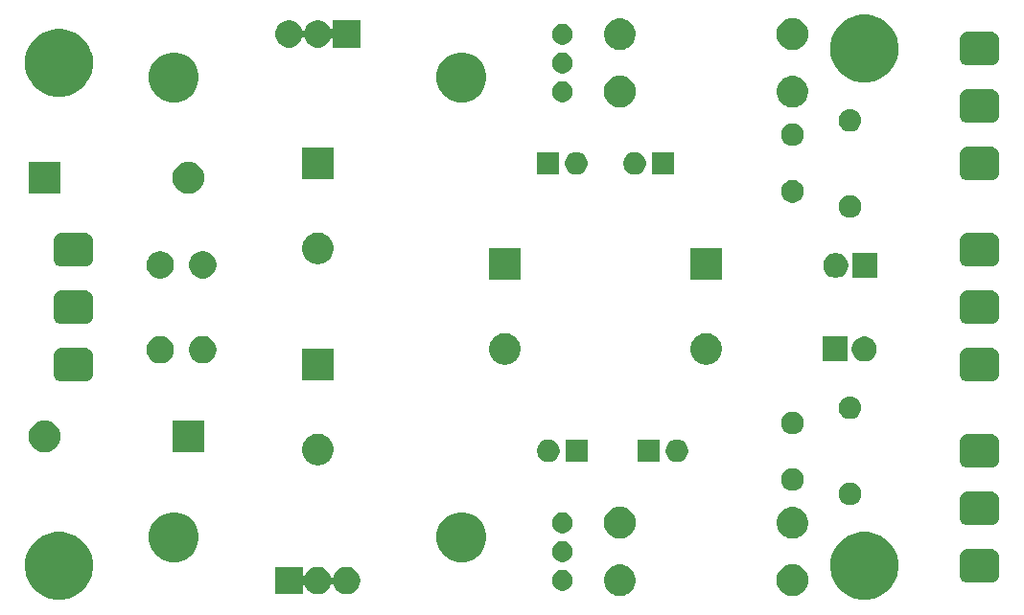
<source format=gbr>
G04 #@! TF.GenerationSoftware,KiCad,Pcbnew,(5.0.1)-4*
G04 #@! TF.CreationDate,2019-03-08T22:50:32+01:00*
G04 #@! TF.ProjectId,PSU - Filter,505355202D2046696C7465722E6B6963,rev?*
G04 #@! TF.SameCoordinates,Original*
G04 #@! TF.FileFunction,Soldermask,Top*
G04 #@! TF.FilePolarity,Negative*
%FSLAX46Y46*%
G04 Gerber Fmt 4.6, Leading zero omitted, Abs format (unit mm)*
G04 Created by KiCad (PCBNEW (5.0.1)-4) date 3/8/2019 10:50:32 PM*
%MOMM*%
%LPD*%
G01*
G04 APERTURE LIST*
%ADD10C,0.100000*%
G04 APERTURE END LIST*
D10*
G36*
X140370736Y-106294644D02*
X140575068Y-106335288D01*
X141121033Y-106561434D01*
X141412519Y-106756199D01*
X141612392Y-106889750D01*
X142030250Y-107307608D01*
X142030252Y-107307611D01*
X142358566Y-107798967D01*
X142584712Y-108344932D01*
X142584712Y-108344933D01*
X142700000Y-108924524D01*
X142700000Y-109515476D01*
X142638063Y-109826853D01*
X142584712Y-110095068D01*
X142358566Y-110641033D01*
X142105256Y-111020137D01*
X142030250Y-111132392D01*
X141612392Y-111550250D01*
X141612389Y-111550252D01*
X141121033Y-111878566D01*
X140575068Y-112104712D01*
X140381870Y-112143141D01*
X139995476Y-112220000D01*
X139404524Y-112220000D01*
X139018130Y-112143141D01*
X138824932Y-112104712D01*
X138278967Y-111878566D01*
X137787611Y-111550252D01*
X137787608Y-111550250D01*
X137369750Y-111132392D01*
X137294744Y-111020137D01*
X137041434Y-110641033D01*
X136815288Y-110095068D01*
X136761937Y-109826853D01*
X136700000Y-109515476D01*
X136700000Y-108924524D01*
X136815288Y-108344933D01*
X136815288Y-108344932D01*
X137041434Y-107798967D01*
X137369748Y-107307611D01*
X137369750Y-107307608D01*
X137787608Y-106889750D01*
X137987481Y-106756199D01*
X138278967Y-106561434D01*
X138824932Y-106335288D01*
X139029264Y-106294644D01*
X139404524Y-106220000D01*
X139995476Y-106220000D01*
X140370736Y-106294644D01*
X140370736Y-106294644D01*
G37*
G36*
X69250736Y-106294644D02*
X69455068Y-106335288D01*
X70001033Y-106561434D01*
X70292519Y-106756199D01*
X70492392Y-106889750D01*
X70910250Y-107307608D01*
X70910252Y-107307611D01*
X71238566Y-107798967D01*
X71464712Y-108344932D01*
X71464712Y-108344933D01*
X71580000Y-108924524D01*
X71580000Y-109515476D01*
X71518063Y-109826853D01*
X71464712Y-110095068D01*
X71238566Y-110641033D01*
X70985256Y-111020137D01*
X70910250Y-111132392D01*
X70492392Y-111550250D01*
X70492389Y-111550252D01*
X70001033Y-111878566D01*
X69455068Y-112104712D01*
X69261870Y-112143141D01*
X68875476Y-112220000D01*
X68284524Y-112220000D01*
X67898130Y-112143141D01*
X67704932Y-112104712D01*
X67158967Y-111878566D01*
X66667611Y-111550252D01*
X66667608Y-111550250D01*
X66249750Y-111132392D01*
X66174744Y-111020137D01*
X65921434Y-110641033D01*
X65695288Y-110095068D01*
X65641937Y-109826853D01*
X65580000Y-109515476D01*
X65580000Y-108924524D01*
X65695288Y-108344933D01*
X65695288Y-108344932D01*
X65921434Y-107798967D01*
X66249748Y-107307611D01*
X66249750Y-107307608D01*
X66667608Y-106889750D01*
X66867481Y-106756199D01*
X67158967Y-106561434D01*
X67704932Y-106335288D01*
X67909264Y-106294644D01*
X68284524Y-106220000D01*
X68875476Y-106220000D01*
X69250736Y-106294644D01*
X69250736Y-106294644D01*
G37*
G36*
X118349727Y-109110257D02*
X118518365Y-109143801D01*
X118773149Y-109249336D01*
X118879369Y-109320310D01*
X119002451Y-109402551D01*
X119197449Y-109597549D01*
X119197451Y-109597552D01*
X119350664Y-109826851D01*
X119444842Y-110054216D01*
X119456199Y-110081636D01*
X119510000Y-110352111D01*
X119510000Y-110627889D01*
X119497645Y-110690000D01*
X119456199Y-110898365D01*
X119438709Y-110940589D01*
X119350665Y-111153147D01*
X119197449Y-111382451D01*
X119002451Y-111577449D01*
X119002448Y-111577451D01*
X118773149Y-111730664D01*
X118518365Y-111836199D01*
X118383126Y-111863100D01*
X118247889Y-111890000D01*
X117972111Y-111890000D01*
X117836874Y-111863100D01*
X117701635Y-111836199D01*
X117446851Y-111730664D01*
X117217552Y-111577451D01*
X117217549Y-111577449D01*
X117022551Y-111382451D01*
X116869335Y-111153147D01*
X116781291Y-110940589D01*
X116763801Y-110898365D01*
X116722355Y-110690000D01*
X116710000Y-110627889D01*
X116710000Y-110352111D01*
X116763801Y-110081636D01*
X116775159Y-110054216D01*
X116869336Y-109826851D01*
X117022549Y-109597552D01*
X117022551Y-109597549D01*
X117217549Y-109402551D01*
X117340631Y-109320310D01*
X117446851Y-109249336D01*
X117701635Y-109143801D01*
X117870273Y-109110257D01*
X117972111Y-109090000D01*
X118247889Y-109090000D01*
X118349727Y-109110257D01*
X118349727Y-109110257D01*
G37*
G36*
X133624448Y-109110257D02*
X133888349Y-109190310D01*
X134131562Y-109320310D01*
X134344739Y-109495261D01*
X134519690Y-109708438D01*
X134649690Y-109951651D01*
X134729743Y-110215552D01*
X134756774Y-110490000D01*
X134729743Y-110764448D01*
X134649690Y-111028349D01*
X134519690Y-111271562D01*
X134344739Y-111484739D01*
X134131562Y-111659690D01*
X133888349Y-111789690D01*
X133624448Y-111869743D01*
X133418777Y-111890000D01*
X133281223Y-111890000D01*
X133075552Y-111869743D01*
X132811651Y-111789690D01*
X132568438Y-111659690D01*
X132355261Y-111484739D01*
X132180310Y-111271562D01*
X132050310Y-111028349D01*
X131970257Y-110764448D01*
X131943226Y-110490000D01*
X131970257Y-110215552D01*
X132050310Y-109951651D01*
X132180310Y-109708438D01*
X132355261Y-109495261D01*
X132568438Y-109320310D01*
X132811651Y-109190310D01*
X133075552Y-109110257D01*
X133281223Y-109090000D01*
X133418777Y-109090000D01*
X133624448Y-109110257D01*
X133624448Y-109110257D01*
G37*
G36*
X90100000Y-109986277D02*
X90102402Y-110010663D01*
X90109515Y-110034112D01*
X90121066Y-110055723D01*
X90136612Y-110074665D01*
X90155554Y-110090211D01*
X90177165Y-110101762D01*
X90200614Y-110108875D01*
X90225000Y-110111277D01*
X90249386Y-110108875D01*
X90272835Y-110101762D01*
X90294446Y-110090211D01*
X90313388Y-110074665D01*
X90328934Y-110055723D01*
X90340485Y-110034112D01*
X90376573Y-109946988D01*
X90507901Y-109750442D01*
X90675042Y-109583301D01*
X90871588Y-109451973D01*
X91089974Y-109361515D01*
X91321809Y-109315400D01*
X91558191Y-109315400D01*
X91790026Y-109361515D01*
X92008412Y-109451973D01*
X92204958Y-109583301D01*
X92372099Y-109750442D01*
X92503427Y-109946988D01*
X92594515Y-110166895D01*
X92606066Y-110188506D01*
X92621611Y-110207448D01*
X92640554Y-110222994D01*
X92662164Y-110234545D01*
X92685613Y-110241658D01*
X92710000Y-110244060D01*
X92734386Y-110241658D01*
X92757835Y-110234545D01*
X92779446Y-110222994D01*
X92798388Y-110207449D01*
X92813934Y-110188506D01*
X92825485Y-110166895D01*
X92916573Y-109946988D01*
X93047901Y-109750442D01*
X93215042Y-109583301D01*
X93411588Y-109451973D01*
X93629974Y-109361515D01*
X93861809Y-109315400D01*
X94098191Y-109315400D01*
X94330026Y-109361515D01*
X94548412Y-109451973D01*
X94744958Y-109583301D01*
X94912099Y-109750442D01*
X95043427Y-109946988D01*
X95133885Y-110165374D01*
X95180000Y-110397209D01*
X95180000Y-110633591D01*
X95133885Y-110865426D01*
X95043427Y-111083812D01*
X94912099Y-111280358D01*
X94744958Y-111447499D01*
X94548412Y-111578827D01*
X94330026Y-111669285D01*
X94098191Y-111715400D01*
X93861809Y-111715400D01*
X93629974Y-111669285D01*
X93411588Y-111578827D01*
X93215042Y-111447499D01*
X93047901Y-111280358D01*
X92916573Y-111083812D01*
X92825485Y-110863905D01*
X92813934Y-110842294D01*
X92798389Y-110823352D01*
X92779446Y-110807806D01*
X92757836Y-110796255D01*
X92734387Y-110789142D01*
X92710000Y-110786740D01*
X92685614Y-110789142D01*
X92662165Y-110796255D01*
X92640554Y-110807806D01*
X92621612Y-110823351D01*
X92606066Y-110842294D01*
X92594515Y-110863905D01*
X92503427Y-111083812D01*
X92372099Y-111280358D01*
X92204958Y-111447499D01*
X92008412Y-111578827D01*
X91790026Y-111669285D01*
X91558191Y-111715400D01*
X91321809Y-111715400D01*
X91089974Y-111669285D01*
X90871588Y-111578827D01*
X90675042Y-111447499D01*
X90507901Y-111280358D01*
X90376573Y-111083812D01*
X90340485Y-110996688D01*
X90328934Y-110975077D01*
X90313388Y-110956135D01*
X90294446Y-110940589D01*
X90272835Y-110929038D01*
X90249386Y-110921925D01*
X90225000Y-110919523D01*
X90200614Y-110921925D01*
X90177165Y-110929038D01*
X90155554Y-110940589D01*
X90136612Y-110956135D01*
X90121066Y-110975077D01*
X90109515Y-110996688D01*
X90102402Y-111020137D01*
X90100000Y-111044523D01*
X90100000Y-111715400D01*
X87700000Y-111715400D01*
X87700000Y-109315400D01*
X90100000Y-109315400D01*
X90100000Y-109986277D01*
X90100000Y-109986277D01*
G37*
G36*
X113298353Y-109605355D02*
X113465784Y-109674707D01*
X113616466Y-109775390D01*
X113744610Y-109903534D01*
X113845293Y-110054216D01*
X113914645Y-110221647D01*
X113950000Y-110399387D01*
X113950000Y-110580613D01*
X113914645Y-110758353D01*
X113845293Y-110925784D01*
X113744610Y-111076466D01*
X113616466Y-111204610D01*
X113465784Y-111305293D01*
X113298353Y-111374645D01*
X113120613Y-111410000D01*
X112939387Y-111410000D01*
X112761647Y-111374645D01*
X112594216Y-111305293D01*
X112443534Y-111204610D01*
X112315390Y-111076466D01*
X112214707Y-110925784D01*
X112145355Y-110758353D01*
X112110000Y-110580613D01*
X112110000Y-110399387D01*
X112145355Y-110221647D01*
X112214707Y-110054216D01*
X112315390Y-109903534D01*
X112443534Y-109775390D01*
X112594216Y-109674707D01*
X112761647Y-109605355D01*
X112939387Y-109570000D01*
X113120613Y-109570000D01*
X113298353Y-109605355D01*
X113298353Y-109605355D01*
G37*
G36*
X151058579Y-107763515D02*
X151184624Y-107801750D01*
X151300783Y-107863839D01*
X151402602Y-107947398D01*
X151486161Y-108049217D01*
X151548250Y-108165376D01*
X151586485Y-108291421D01*
X151600000Y-108428640D01*
X151600000Y-110011360D01*
X151586485Y-110148579D01*
X151548250Y-110274624D01*
X151486161Y-110390783D01*
X151402602Y-110492602D01*
X151300783Y-110576161D01*
X151184624Y-110638250D01*
X151058579Y-110676485D01*
X150921360Y-110690000D01*
X148798640Y-110690000D01*
X148661421Y-110676485D01*
X148535376Y-110638250D01*
X148419217Y-110576161D01*
X148317398Y-110492602D01*
X148233839Y-110390783D01*
X148171750Y-110274624D01*
X148133515Y-110148579D01*
X148120000Y-110011360D01*
X148120000Y-108428640D01*
X148133515Y-108291421D01*
X148171750Y-108165376D01*
X148233839Y-108049217D01*
X148317398Y-107947398D01*
X148419217Y-107863839D01*
X148535376Y-107801750D01*
X148661421Y-107763515D01*
X148798640Y-107750000D01*
X150921360Y-107750000D01*
X151058579Y-107763515D01*
X151058579Y-107763515D01*
G37*
G36*
X79381716Y-104564544D02*
X79782090Y-104730384D01*
X80142421Y-104971150D01*
X80448850Y-105277579D01*
X80689616Y-105637910D01*
X80855456Y-106038284D01*
X80940000Y-106463317D01*
X80940000Y-106896683D01*
X80855456Y-107321716D01*
X80689616Y-107722090D01*
X80448850Y-108082421D01*
X80142421Y-108388850D01*
X79782090Y-108629616D01*
X79381716Y-108795456D01*
X78956683Y-108880000D01*
X78523317Y-108880000D01*
X78098284Y-108795456D01*
X77697910Y-108629616D01*
X77337579Y-108388850D01*
X77031150Y-108082421D01*
X76790384Y-107722090D01*
X76624544Y-107321716D01*
X76540000Y-106896683D01*
X76540000Y-106463317D01*
X76624544Y-106038284D01*
X76790384Y-105637910D01*
X77031150Y-105277579D01*
X77337579Y-104971150D01*
X77697910Y-104730384D01*
X78098284Y-104564544D01*
X78523317Y-104480000D01*
X78956683Y-104480000D01*
X79381716Y-104564544D01*
X79381716Y-104564544D01*
G37*
G36*
X104781716Y-104564544D02*
X105182090Y-104730384D01*
X105542421Y-104971150D01*
X105848850Y-105277579D01*
X106089616Y-105637910D01*
X106255456Y-106038284D01*
X106340000Y-106463317D01*
X106340000Y-106896683D01*
X106255456Y-107321716D01*
X106089616Y-107722090D01*
X105848850Y-108082421D01*
X105542421Y-108388850D01*
X105182090Y-108629616D01*
X104781716Y-108795456D01*
X104356683Y-108880000D01*
X103923317Y-108880000D01*
X103498284Y-108795456D01*
X103097910Y-108629616D01*
X102737579Y-108388850D01*
X102431150Y-108082421D01*
X102190384Y-107722090D01*
X102024544Y-107321716D01*
X101940000Y-106896683D01*
X101940000Y-106463317D01*
X102024544Y-106038284D01*
X102190384Y-105637910D01*
X102431150Y-105277579D01*
X102737579Y-104971150D01*
X103097910Y-104730384D01*
X103498284Y-104564544D01*
X103923317Y-104480000D01*
X104356683Y-104480000D01*
X104781716Y-104564544D01*
X104781716Y-104564544D01*
G37*
G36*
X113298353Y-107065355D02*
X113465784Y-107134707D01*
X113616466Y-107235390D01*
X113744610Y-107363534D01*
X113845293Y-107514216D01*
X113914645Y-107681647D01*
X113950000Y-107859387D01*
X113950000Y-108040613D01*
X113914645Y-108218353D01*
X113845293Y-108385784D01*
X113744610Y-108536466D01*
X113616466Y-108664610D01*
X113465784Y-108765293D01*
X113298353Y-108834645D01*
X113120613Y-108870000D01*
X112939387Y-108870000D01*
X112761647Y-108834645D01*
X112594216Y-108765293D01*
X112443534Y-108664610D01*
X112315390Y-108536466D01*
X112214707Y-108385784D01*
X112145355Y-108218353D01*
X112110000Y-108040613D01*
X112110000Y-107859387D01*
X112145355Y-107681647D01*
X112214707Y-107514216D01*
X112315390Y-107363534D01*
X112443534Y-107235390D01*
X112594216Y-107134707D01*
X112761647Y-107065355D01*
X112939387Y-107030000D01*
X113120613Y-107030000D01*
X113298353Y-107065355D01*
X113298353Y-107065355D01*
G37*
G36*
X118384448Y-104030257D02*
X118648349Y-104110310D01*
X118891562Y-104240310D01*
X119104739Y-104415261D01*
X119279690Y-104628438D01*
X119409690Y-104871651D01*
X119489743Y-105135552D01*
X119516774Y-105410000D01*
X119489743Y-105684448D01*
X119409690Y-105948349D01*
X119279690Y-106191562D01*
X119104739Y-106404739D01*
X118891562Y-106579690D01*
X118648349Y-106709690D01*
X118384448Y-106789743D01*
X118178777Y-106810000D01*
X118041223Y-106810000D01*
X117835552Y-106789743D01*
X117571651Y-106709690D01*
X117328438Y-106579690D01*
X117115261Y-106404739D01*
X116940310Y-106191562D01*
X116810310Y-105948349D01*
X116730257Y-105684448D01*
X116703226Y-105410000D01*
X116730257Y-105135552D01*
X116810310Y-104871651D01*
X116940310Y-104628438D01*
X117115261Y-104415261D01*
X117328438Y-104240310D01*
X117571651Y-104110310D01*
X117835552Y-104030257D01*
X118041223Y-104010000D01*
X118178777Y-104010000D01*
X118384448Y-104030257D01*
X118384448Y-104030257D01*
G37*
G36*
X133589727Y-104030257D02*
X133758365Y-104063801D01*
X134013149Y-104169336D01*
X134119369Y-104240310D01*
X134242451Y-104322551D01*
X134437449Y-104517549D01*
X134437451Y-104517552D01*
X134590664Y-104746851D01*
X134684842Y-104974216D01*
X134696199Y-105001636D01*
X134750000Y-105272111D01*
X134750000Y-105547889D01*
X134737645Y-105610000D01*
X134696199Y-105818365D01*
X134642358Y-105948349D01*
X134590665Y-106073147D01*
X134437449Y-106302451D01*
X134242451Y-106497449D01*
X134242448Y-106497451D01*
X134013149Y-106650664D01*
X133758365Y-106756199D01*
X133623127Y-106783099D01*
X133487889Y-106810000D01*
X133212111Y-106810000D01*
X133076873Y-106783099D01*
X132941635Y-106756199D01*
X132686851Y-106650664D01*
X132457552Y-106497451D01*
X132457549Y-106497449D01*
X132262551Y-106302451D01*
X132109335Y-106073147D01*
X132057642Y-105948349D01*
X132003801Y-105818365D01*
X131962355Y-105610000D01*
X131950000Y-105547889D01*
X131950000Y-105272111D01*
X132003801Y-105001636D01*
X132015159Y-104974216D01*
X132109336Y-104746851D01*
X132262549Y-104517552D01*
X132262551Y-104517549D01*
X132457549Y-104322551D01*
X132580631Y-104240310D01*
X132686851Y-104169336D01*
X132941635Y-104063801D01*
X133110273Y-104030257D01*
X133212111Y-104010000D01*
X133487889Y-104010000D01*
X133589727Y-104030257D01*
X133589727Y-104030257D01*
G37*
G36*
X113298353Y-104525355D02*
X113465784Y-104594707D01*
X113616466Y-104695390D01*
X113744610Y-104823534D01*
X113845293Y-104974216D01*
X113914645Y-105141647D01*
X113950000Y-105319387D01*
X113950000Y-105500613D01*
X113914645Y-105678353D01*
X113845293Y-105845784D01*
X113744610Y-105996466D01*
X113616466Y-106124610D01*
X113465784Y-106225293D01*
X113298353Y-106294645D01*
X113120613Y-106330000D01*
X112939387Y-106330000D01*
X112761647Y-106294645D01*
X112594216Y-106225293D01*
X112443534Y-106124610D01*
X112315390Y-105996466D01*
X112214707Y-105845784D01*
X112145355Y-105678353D01*
X112110000Y-105500613D01*
X112110000Y-105319387D01*
X112145355Y-105141647D01*
X112214707Y-104974216D01*
X112315390Y-104823534D01*
X112443534Y-104695390D01*
X112594216Y-104594707D01*
X112761647Y-104525355D01*
X112939387Y-104490000D01*
X113120613Y-104490000D01*
X113298353Y-104525355D01*
X113298353Y-104525355D01*
G37*
G36*
X151058579Y-102683515D02*
X151184624Y-102721750D01*
X151300783Y-102783839D01*
X151402602Y-102867398D01*
X151486161Y-102969217D01*
X151548250Y-103085376D01*
X151586485Y-103211421D01*
X151600000Y-103348640D01*
X151600000Y-104931360D01*
X151586485Y-105068579D01*
X151548250Y-105194624D01*
X151486161Y-105310783D01*
X151402602Y-105412602D01*
X151300783Y-105496161D01*
X151184624Y-105558250D01*
X151058579Y-105596485D01*
X150921360Y-105610000D01*
X148798640Y-105610000D01*
X148661421Y-105596485D01*
X148535376Y-105558250D01*
X148419217Y-105496161D01*
X148317398Y-105412602D01*
X148233839Y-105310783D01*
X148171750Y-105194624D01*
X148133515Y-105068579D01*
X148120000Y-104931360D01*
X148120000Y-103348640D01*
X148133515Y-103211421D01*
X148171750Y-103085376D01*
X148233839Y-102969217D01*
X148317398Y-102867398D01*
X148419217Y-102783839D01*
X148535376Y-102721750D01*
X148661421Y-102683515D01*
X148798640Y-102670000D01*
X150921360Y-102670000D01*
X151058579Y-102683515D01*
X151058579Y-102683515D01*
G37*
G36*
X138605770Y-101885372D02*
X138721689Y-101908429D01*
X138903678Y-101983811D01*
X139067463Y-102093249D01*
X139206751Y-102232537D01*
X139316189Y-102396322D01*
X139391571Y-102578311D01*
X139395885Y-102600000D01*
X139420103Y-102721750D01*
X139430000Y-102771509D01*
X139430000Y-102968491D01*
X139391571Y-103161689D01*
X139316189Y-103343678D01*
X139206751Y-103507463D01*
X139067463Y-103646751D01*
X138903678Y-103756189D01*
X138721689Y-103831571D01*
X138605770Y-103854628D01*
X138528493Y-103870000D01*
X138331507Y-103870000D01*
X138254230Y-103854628D01*
X138138311Y-103831571D01*
X137956322Y-103756189D01*
X137792537Y-103646751D01*
X137653249Y-103507463D01*
X137543811Y-103343678D01*
X137468429Y-103161689D01*
X137430000Y-102968491D01*
X137430000Y-102771509D01*
X137439898Y-102721750D01*
X137464115Y-102600000D01*
X137468429Y-102578311D01*
X137543811Y-102396322D01*
X137653249Y-102232537D01*
X137792537Y-102093249D01*
X137956322Y-101983811D01*
X138138311Y-101908429D01*
X138254230Y-101885372D01*
X138331507Y-101870000D01*
X138528493Y-101870000D01*
X138605770Y-101885372D01*
X138605770Y-101885372D01*
G37*
G36*
X133525770Y-100615372D02*
X133641689Y-100638429D01*
X133823678Y-100713811D01*
X133987463Y-100823249D01*
X134126751Y-100962537D01*
X134236189Y-101126322D01*
X134311571Y-101308311D01*
X134350000Y-101501509D01*
X134350000Y-101698491D01*
X134311571Y-101891689D01*
X134236189Y-102073678D01*
X134126751Y-102237463D01*
X133987463Y-102376751D01*
X133823678Y-102486189D01*
X133641689Y-102561571D01*
X133525770Y-102584628D01*
X133448493Y-102600000D01*
X133251507Y-102600000D01*
X133174230Y-102584628D01*
X133058311Y-102561571D01*
X132876322Y-102486189D01*
X132712537Y-102376751D01*
X132573249Y-102237463D01*
X132463811Y-102073678D01*
X132388429Y-101891689D01*
X132350000Y-101698491D01*
X132350000Y-101501509D01*
X132388429Y-101308311D01*
X132463811Y-101126322D01*
X132573249Y-100962537D01*
X132712537Y-100823249D01*
X132876322Y-100713811D01*
X133058311Y-100638429D01*
X133174230Y-100615372D01*
X133251507Y-100600000D01*
X133448493Y-100600000D01*
X133525770Y-100615372D01*
X133525770Y-100615372D01*
G37*
G36*
X151058579Y-97603515D02*
X151184624Y-97641750D01*
X151300783Y-97703839D01*
X151402602Y-97787398D01*
X151486161Y-97889217D01*
X151548250Y-98005376D01*
X151586485Y-98131421D01*
X151600000Y-98268640D01*
X151600000Y-99851360D01*
X151586485Y-99988579D01*
X151548250Y-100114624D01*
X151486161Y-100230783D01*
X151402602Y-100332602D01*
X151300783Y-100416161D01*
X151184624Y-100478250D01*
X151058579Y-100516485D01*
X150921360Y-100530000D01*
X148798640Y-100530000D01*
X148661421Y-100516485D01*
X148535376Y-100478250D01*
X148419217Y-100416161D01*
X148317398Y-100332602D01*
X148233839Y-100230783D01*
X148171750Y-100114624D01*
X148133515Y-99988579D01*
X148120000Y-99851360D01*
X148120000Y-98268640D01*
X148133515Y-98131421D01*
X148171750Y-98005376D01*
X148233839Y-97889217D01*
X148317398Y-97787398D01*
X148419217Y-97703839D01*
X148535376Y-97641750D01*
X148661421Y-97603515D01*
X148798640Y-97590000D01*
X150921360Y-97590000D01*
X151058579Y-97603515D01*
X151058579Y-97603515D01*
G37*
G36*
X91686333Y-97561571D02*
X91848365Y-97593801D01*
X92103149Y-97699336D01*
X92329397Y-97850511D01*
X92332451Y-97852551D01*
X92527449Y-98047549D01*
X92527451Y-98047552D01*
X92675178Y-98268640D01*
X92680665Y-98276853D01*
X92786199Y-98531636D01*
X92840000Y-98802111D01*
X92840000Y-99077889D01*
X92786199Y-99348364D01*
X92680665Y-99603147D01*
X92527449Y-99832451D01*
X92332451Y-100027449D01*
X92332448Y-100027451D01*
X92103149Y-100180664D01*
X91848365Y-100286199D01*
X91713127Y-100313099D01*
X91577889Y-100340000D01*
X91302111Y-100340000D01*
X91166873Y-100313099D01*
X91031635Y-100286199D01*
X90776851Y-100180664D01*
X90547552Y-100027451D01*
X90547549Y-100027449D01*
X90352551Y-99832451D01*
X90199335Y-99603147D01*
X90093801Y-99348364D01*
X90040000Y-99077889D01*
X90040000Y-98802111D01*
X90093801Y-98531636D01*
X90199335Y-98276853D01*
X90204823Y-98268640D01*
X90352549Y-98047552D01*
X90352551Y-98047549D01*
X90547549Y-97852551D01*
X90550603Y-97850511D01*
X90776851Y-97699336D01*
X91031635Y-97593801D01*
X91193667Y-97561571D01*
X91302111Y-97540000D01*
X91577889Y-97540000D01*
X91686333Y-97561571D01*
X91686333Y-97561571D01*
G37*
G36*
X111975770Y-98075372D02*
X112091689Y-98098429D01*
X112273678Y-98173811D01*
X112437463Y-98283249D01*
X112576751Y-98422537D01*
X112686189Y-98586322D01*
X112761571Y-98768311D01*
X112768294Y-98802111D01*
X112799639Y-98959690D01*
X112800000Y-98961509D01*
X112800000Y-99158491D01*
X112761571Y-99351689D01*
X112686189Y-99533678D01*
X112576751Y-99697463D01*
X112437463Y-99836751D01*
X112273678Y-99946189D01*
X112091689Y-100021571D01*
X111975770Y-100044628D01*
X111898493Y-100060000D01*
X111701507Y-100060000D01*
X111624230Y-100044628D01*
X111508311Y-100021571D01*
X111326322Y-99946189D01*
X111162537Y-99836751D01*
X111023249Y-99697463D01*
X110913811Y-99533678D01*
X110838429Y-99351689D01*
X110800000Y-99158491D01*
X110800000Y-98961509D01*
X110800362Y-98959690D01*
X110831706Y-98802111D01*
X110838429Y-98768311D01*
X110913811Y-98586322D01*
X111023249Y-98422537D01*
X111162537Y-98283249D01*
X111326322Y-98173811D01*
X111508311Y-98098429D01*
X111624230Y-98075372D01*
X111701507Y-98060000D01*
X111898493Y-98060000D01*
X111975770Y-98075372D01*
X111975770Y-98075372D01*
G37*
G36*
X115300000Y-100060000D02*
X113300000Y-100060000D01*
X113300000Y-98060000D01*
X115300000Y-98060000D01*
X115300000Y-100060000D01*
X115300000Y-100060000D01*
G37*
G36*
X121650000Y-100060000D02*
X119650000Y-100060000D01*
X119650000Y-98060000D01*
X121650000Y-98060000D01*
X121650000Y-100060000D01*
X121650000Y-100060000D01*
G37*
G36*
X123325770Y-98075372D02*
X123441689Y-98098429D01*
X123623678Y-98173811D01*
X123787463Y-98283249D01*
X123926751Y-98422537D01*
X124036189Y-98586322D01*
X124111571Y-98768311D01*
X124118294Y-98802111D01*
X124149639Y-98959690D01*
X124150000Y-98961509D01*
X124150000Y-99158491D01*
X124111571Y-99351689D01*
X124036189Y-99533678D01*
X123926751Y-99697463D01*
X123787463Y-99836751D01*
X123623678Y-99946189D01*
X123441689Y-100021571D01*
X123325770Y-100044628D01*
X123248493Y-100060000D01*
X123051507Y-100060000D01*
X122974230Y-100044628D01*
X122858311Y-100021571D01*
X122676322Y-99946189D01*
X122512537Y-99836751D01*
X122373249Y-99697463D01*
X122263811Y-99533678D01*
X122188429Y-99351689D01*
X122150000Y-99158491D01*
X122150000Y-98961509D01*
X122150362Y-98959690D01*
X122181706Y-98802111D01*
X122188429Y-98768311D01*
X122263811Y-98586322D01*
X122373249Y-98422537D01*
X122512537Y-98283249D01*
X122676322Y-98173811D01*
X122858311Y-98098429D01*
X122974230Y-98075372D01*
X123051507Y-98060000D01*
X123248493Y-98060000D01*
X123325770Y-98075372D01*
X123325770Y-98075372D01*
G37*
G36*
X67584448Y-96410257D02*
X67848349Y-96490310D01*
X68091562Y-96620310D01*
X68304739Y-96795261D01*
X68479690Y-97008438D01*
X68609690Y-97251651D01*
X68689743Y-97515552D01*
X68716774Y-97790000D01*
X68689743Y-98064448D01*
X68609690Y-98328349D01*
X68479690Y-98571562D01*
X68304739Y-98784739D01*
X68091562Y-98959690D01*
X67848349Y-99089690D01*
X67584448Y-99169743D01*
X67378777Y-99190000D01*
X67241223Y-99190000D01*
X67035552Y-99169743D01*
X66771651Y-99089690D01*
X66528438Y-98959690D01*
X66315261Y-98784739D01*
X66140310Y-98571562D01*
X66010310Y-98328349D01*
X65930257Y-98064448D01*
X65903226Y-97790000D01*
X65930257Y-97515552D01*
X66010310Y-97251651D01*
X66140310Y-97008438D01*
X66315261Y-96795261D01*
X66528438Y-96620310D01*
X66771651Y-96490310D01*
X67035552Y-96410257D01*
X67241223Y-96390000D01*
X67378777Y-96390000D01*
X67584448Y-96410257D01*
X67584448Y-96410257D01*
G37*
G36*
X81410000Y-99190000D02*
X78610000Y-99190000D01*
X78610000Y-96390000D01*
X81410000Y-96390000D01*
X81410000Y-99190000D01*
X81410000Y-99190000D01*
G37*
G36*
X133525770Y-95615372D02*
X133641689Y-95638429D01*
X133823678Y-95713811D01*
X133987463Y-95823249D01*
X134126751Y-95962537D01*
X134236189Y-96126322D01*
X134311571Y-96308311D01*
X134327820Y-96390000D01*
X134347773Y-96490310D01*
X134350000Y-96501509D01*
X134350000Y-96698491D01*
X134311571Y-96891689D01*
X134236189Y-97073678D01*
X134126751Y-97237463D01*
X133987463Y-97376751D01*
X133823678Y-97486189D01*
X133641689Y-97561571D01*
X133525770Y-97584628D01*
X133448493Y-97600000D01*
X133251507Y-97600000D01*
X133174230Y-97584628D01*
X133058311Y-97561571D01*
X132876322Y-97486189D01*
X132712537Y-97376751D01*
X132573249Y-97237463D01*
X132463811Y-97073678D01*
X132388429Y-96891689D01*
X132350000Y-96698491D01*
X132350000Y-96501509D01*
X132352228Y-96490310D01*
X132372180Y-96390000D01*
X132388429Y-96308311D01*
X132463811Y-96126322D01*
X132573249Y-95962537D01*
X132712537Y-95823249D01*
X132876322Y-95713811D01*
X133058311Y-95638429D01*
X133174230Y-95615372D01*
X133251507Y-95600000D01*
X133448493Y-95600000D01*
X133525770Y-95615372D01*
X133525770Y-95615372D01*
G37*
G36*
X138626030Y-94264469D02*
X138626033Y-94264470D01*
X138626034Y-94264470D01*
X138814535Y-94321651D01*
X138814537Y-94321652D01*
X138988260Y-94414509D01*
X139140528Y-94539472D01*
X139265491Y-94691740D01*
X139358348Y-94865463D01*
X139415531Y-95053970D01*
X139434838Y-95250000D01*
X139415531Y-95446030D01*
X139358348Y-95634537D01*
X139265491Y-95808260D01*
X139140528Y-95960528D01*
X138988260Y-96085491D01*
X138988258Y-96085492D01*
X138814535Y-96178349D01*
X138626034Y-96235530D01*
X138626033Y-96235530D01*
X138626030Y-96235531D01*
X138479124Y-96250000D01*
X138380876Y-96250000D01*
X138233970Y-96235531D01*
X138233967Y-96235530D01*
X138233966Y-96235530D01*
X138045465Y-96178349D01*
X137871742Y-96085492D01*
X137871740Y-96085491D01*
X137719472Y-95960528D01*
X137594509Y-95808260D01*
X137501652Y-95634537D01*
X137444469Y-95446030D01*
X137425162Y-95250000D01*
X137444469Y-95053970D01*
X137501652Y-94865463D01*
X137594509Y-94691740D01*
X137719472Y-94539472D01*
X137871740Y-94414509D01*
X138045463Y-94321652D01*
X138045465Y-94321651D01*
X138233966Y-94264470D01*
X138233967Y-94264470D01*
X138233970Y-94264469D01*
X138380876Y-94250000D01*
X138479124Y-94250000D01*
X138626030Y-94264469D01*
X138626030Y-94264469D01*
G37*
G36*
X151058579Y-89983515D02*
X151184624Y-90021750D01*
X151300783Y-90083839D01*
X151402602Y-90167398D01*
X151486161Y-90269217D01*
X151548250Y-90385376D01*
X151586485Y-90511421D01*
X151600000Y-90648640D01*
X151600000Y-92231360D01*
X151586485Y-92368579D01*
X151548250Y-92494624D01*
X151486161Y-92610783D01*
X151402602Y-92712602D01*
X151300783Y-92796161D01*
X151184624Y-92858250D01*
X151058579Y-92896485D01*
X150921360Y-92910000D01*
X148798640Y-92910000D01*
X148661421Y-92896485D01*
X148535376Y-92858250D01*
X148419217Y-92796161D01*
X148317398Y-92712602D01*
X148233839Y-92610783D01*
X148171750Y-92494624D01*
X148133515Y-92368579D01*
X148120000Y-92231360D01*
X148120000Y-90648640D01*
X148133515Y-90511421D01*
X148171750Y-90385376D01*
X148233839Y-90269217D01*
X148317398Y-90167398D01*
X148419217Y-90083839D01*
X148535376Y-90021750D01*
X148661421Y-89983515D01*
X148798640Y-89970000D01*
X150921360Y-89970000D01*
X151058579Y-89983515D01*
X151058579Y-89983515D01*
G37*
G36*
X71048579Y-89983515D02*
X71174624Y-90021750D01*
X71290783Y-90083839D01*
X71392602Y-90167398D01*
X71476161Y-90269217D01*
X71538250Y-90385376D01*
X71576485Y-90511421D01*
X71590000Y-90648640D01*
X71590000Y-92231360D01*
X71576485Y-92368579D01*
X71538250Y-92494624D01*
X71476161Y-92610783D01*
X71392602Y-92712602D01*
X71290783Y-92796161D01*
X71174624Y-92858250D01*
X71048579Y-92896485D01*
X70911360Y-92910000D01*
X68788640Y-92910000D01*
X68651421Y-92896485D01*
X68525376Y-92858250D01*
X68409217Y-92796161D01*
X68307398Y-92712602D01*
X68223839Y-92610783D01*
X68161750Y-92494624D01*
X68123515Y-92368579D01*
X68110000Y-92231360D01*
X68110000Y-90648640D01*
X68123515Y-90511421D01*
X68161750Y-90385376D01*
X68223839Y-90269217D01*
X68307398Y-90167398D01*
X68409217Y-90083839D01*
X68525376Y-90021750D01*
X68651421Y-89983515D01*
X68788640Y-89970000D01*
X70911360Y-89970000D01*
X71048579Y-89983515D01*
X71048579Y-89983515D01*
G37*
G36*
X92840000Y-92840000D02*
X90040000Y-92840000D01*
X90040000Y-90040000D01*
X92840000Y-90040000D01*
X92840000Y-92840000D01*
X92840000Y-92840000D01*
G37*
G36*
X126003127Y-88676901D02*
X126138365Y-88703801D01*
X126393149Y-88809336D01*
X126543803Y-88910000D01*
X126622451Y-88962551D01*
X126817449Y-89157549D01*
X126817451Y-89157552D01*
X126970664Y-89386851D01*
X127032287Y-89535621D01*
X127076199Y-89641636D01*
X127130000Y-89912111D01*
X127130000Y-90187889D01*
X127121983Y-90228191D01*
X127076199Y-90458365D01*
X127026764Y-90577711D01*
X126970665Y-90713147D01*
X126817449Y-90942451D01*
X126622451Y-91137449D01*
X126622448Y-91137451D01*
X126393149Y-91290664D01*
X126138365Y-91396199D01*
X126003126Y-91423100D01*
X125867889Y-91450000D01*
X125592111Y-91450000D01*
X125456873Y-91423099D01*
X125321635Y-91396199D01*
X125066851Y-91290664D01*
X124837552Y-91137451D01*
X124837549Y-91137449D01*
X124642551Y-90942451D01*
X124489335Y-90713147D01*
X124433236Y-90577711D01*
X124383801Y-90458365D01*
X124338017Y-90228191D01*
X124330000Y-90187889D01*
X124330000Y-89912111D01*
X124383801Y-89641636D01*
X124427714Y-89535621D01*
X124489336Y-89386851D01*
X124642549Y-89157552D01*
X124642551Y-89157549D01*
X124837549Y-88962551D01*
X124916197Y-88910000D01*
X125066851Y-88809336D01*
X125321635Y-88703801D01*
X125456873Y-88676901D01*
X125592111Y-88650000D01*
X125867889Y-88650000D01*
X126003127Y-88676901D01*
X126003127Y-88676901D01*
G37*
G36*
X108223127Y-88676901D02*
X108358365Y-88703801D01*
X108613149Y-88809336D01*
X108763803Y-88910000D01*
X108842451Y-88962551D01*
X109037449Y-89157549D01*
X109037451Y-89157552D01*
X109190664Y-89386851D01*
X109252287Y-89535621D01*
X109296199Y-89641636D01*
X109350000Y-89912111D01*
X109350000Y-90187889D01*
X109341983Y-90228191D01*
X109296199Y-90458365D01*
X109246764Y-90577711D01*
X109190665Y-90713147D01*
X109037449Y-90942451D01*
X108842451Y-91137449D01*
X108842448Y-91137451D01*
X108613149Y-91290664D01*
X108358365Y-91396199D01*
X108223126Y-91423100D01*
X108087889Y-91450000D01*
X107812111Y-91450000D01*
X107676873Y-91423099D01*
X107541635Y-91396199D01*
X107286851Y-91290664D01*
X107057552Y-91137451D01*
X107057549Y-91137449D01*
X106862551Y-90942451D01*
X106709335Y-90713147D01*
X106653236Y-90577711D01*
X106603801Y-90458365D01*
X106558017Y-90228191D01*
X106550000Y-90187889D01*
X106550000Y-89912111D01*
X106603801Y-89641636D01*
X106647714Y-89535621D01*
X106709336Y-89386851D01*
X106862549Y-89157552D01*
X106862551Y-89157549D01*
X107057549Y-88962551D01*
X107136197Y-88910000D01*
X107286851Y-88809336D01*
X107541635Y-88703801D01*
X107676873Y-88676901D01*
X107812111Y-88650000D01*
X108087889Y-88650000D01*
X108223127Y-88676901D01*
X108223127Y-88676901D01*
G37*
G36*
X81630026Y-88956115D02*
X81848412Y-89046573D01*
X82044958Y-89177901D01*
X82212099Y-89345042D01*
X82343427Y-89541588D01*
X82433885Y-89759974D01*
X82480000Y-89991809D01*
X82480000Y-90228191D01*
X82433885Y-90460026D01*
X82343427Y-90678412D01*
X82212099Y-90874958D01*
X82044958Y-91042099D01*
X81848412Y-91173427D01*
X81630026Y-91263885D01*
X81398191Y-91310000D01*
X81161809Y-91310000D01*
X80929974Y-91263885D01*
X80711588Y-91173427D01*
X80515042Y-91042099D01*
X80347901Y-90874958D01*
X80216573Y-90678412D01*
X80126115Y-90460026D01*
X80080000Y-90228191D01*
X80080000Y-89991809D01*
X80126115Y-89759974D01*
X80216573Y-89541588D01*
X80347901Y-89345042D01*
X80515042Y-89177901D01*
X80711588Y-89046573D01*
X80929974Y-88956115D01*
X81161809Y-88910000D01*
X81398191Y-88910000D01*
X81630026Y-88956115D01*
X81630026Y-88956115D01*
G37*
G36*
X77870826Y-88956115D02*
X78089212Y-89046573D01*
X78285758Y-89177901D01*
X78452899Y-89345042D01*
X78584227Y-89541588D01*
X78674685Y-89759974D01*
X78720800Y-89991809D01*
X78720800Y-90228191D01*
X78674685Y-90460026D01*
X78584227Y-90678412D01*
X78452899Y-90874958D01*
X78285758Y-91042099D01*
X78089212Y-91173427D01*
X77870826Y-91263885D01*
X77638991Y-91310000D01*
X77402609Y-91310000D01*
X77170774Y-91263885D01*
X76952388Y-91173427D01*
X76755842Y-91042099D01*
X76588701Y-90874958D01*
X76457373Y-90678412D01*
X76366915Y-90460026D01*
X76320800Y-90228191D01*
X76320800Y-89991809D01*
X76366915Y-89759974D01*
X76457373Y-89541588D01*
X76588701Y-89345042D01*
X76755842Y-89177901D01*
X76952388Y-89046573D01*
X77170774Y-88956115D01*
X77402609Y-88910000D01*
X77638991Y-88910000D01*
X77870826Y-88956115D01*
X77870826Y-88956115D01*
G37*
G36*
X138255000Y-91156666D02*
X136055000Y-91156666D01*
X136055000Y-88956666D01*
X138255000Y-88956666D01*
X138255000Y-91156666D01*
X138255000Y-91156666D01*
G37*
G36*
X140015857Y-88998938D02*
X140216042Y-89081857D01*
X140216045Y-89081859D01*
X140359782Y-89177901D01*
X140396213Y-89202244D01*
X140549422Y-89355453D01*
X140669809Y-89535624D01*
X140752728Y-89735809D01*
X140795000Y-89948324D01*
X140795000Y-90165008D01*
X140752728Y-90377523D01*
X140669809Y-90577708D01*
X140669807Y-90577711D01*
X140602521Y-90678412D01*
X140549422Y-90757879D01*
X140396213Y-90911088D01*
X140396210Y-90911090D01*
X140396209Y-90911091D01*
X140216045Y-91031473D01*
X140216042Y-91031475D01*
X140015857Y-91114394D01*
X139803342Y-91156666D01*
X139586658Y-91156666D01*
X139374143Y-91114394D01*
X139173958Y-91031475D01*
X139173955Y-91031473D01*
X138993791Y-90911091D01*
X138993790Y-90911090D01*
X138993787Y-90911088D01*
X138840578Y-90757879D01*
X138787480Y-90678412D01*
X138720193Y-90577711D01*
X138720191Y-90577708D01*
X138637272Y-90377523D01*
X138595000Y-90165008D01*
X138595000Y-89948324D01*
X138637272Y-89735809D01*
X138720191Y-89535624D01*
X138840578Y-89355453D01*
X138993787Y-89202244D01*
X139030219Y-89177901D01*
X139173955Y-89081859D01*
X139173958Y-89081857D01*
X139374143Y-88998938D01*
X139586658Y-88956666D01*
X139803342Y-88956666D01*
X140015857Y-88998938D01*
X140015857Y-88998938D01*
G37*
G36*
X151058579Y-84903515D02*
X151184624Y-84941750D01*
X151300783Y-85003839D01*
X151402602Y-85087398D01*
X151486161Y-85189217D01*
X151548250Y-85305376D01*
X151586485Y-85431421D01*
X151600000Y-85568640D01*
X151600000Y-87151360D01*
X151586485Y-87288579D01*
X151548250Y-87414624D01*
X151486161Y-87530783D01*
X151402602Y-87632602D01*
X151300783Y-87716161D01*
X151184624Y-87778250D01*
X151058579Y-87816485D01*
X150921360Y-87830000D01*
X148798640Y-87830000D01*
X148661421Y-87816485D01*
X148535376Y-87778250D01*
X148419217Y-87716161D01*
X148317398Y-87632602D01*
X148233839Y-87530783D01*
X148171750Y-87414624D01*
X148133515Y-87288579D01*
X148120000Y-87151360D01*
X148120000Y-85568640D01*
X148133515Y-85431421D01*
X148171750Y-85305376D01*
X148233839Y-85189217D01*
X148317398Y-85087398D01*
X148419217Y-85003839D01*
X148535376Y-84941750D01*
X148661421Y-84903515D01*
X148798640Y-84890000D01*
X150921360Y-84890000D01*
X151058579Y-84903515D01*
X151058579Y-84903515D01*
G37*
G36*
X71048579Y-84903515D02*
X71174624Y-84941750D01*
X71290783Y-85003839D01*
X71392602Y-85087398D01*
X71476161Y-85189217D01*
X71538250Y-85305376D01*
X71576485Y-85431421D01*
X71590000Y-85568640D01*
X71590000Y-87151360D01*
X71576485Y-87288579D01*
X71538250Y-87414624D01*
X71476161Y-87530783D01*
X71392602Y-87632602D01*
X71290783Y-87716161D01*
X71174624Y-87778250D01*
X71048579Y-87816485D01*
X70911360Y-87830000D01*
X68788640Y-87830000D01*
X68651421Y-87816485D01*
X68525376Y-87778250D01*
X68409217Y-87716161D01*
X68307398Y-87632602D01*
X68223839Y-87530783D01*
X68161750Y-87414624D01*
X68123515Y-87288579D01*
X68110000Y-87151360D01*
X68110000Y-85568640D01*
X68123515Y-85431421D01*
X68161750Y-85305376D01*
X68223839Y-85189217D01*
X68307398Y-85087398D01*
X68409217Y-85003839D01*
X68525376Y-84941750D01*
X68651421Y-84903515D01*
X68788640Y-84890000D01*
X70911360Y-84890000D01*
X71048579Y-84903515D01*
X71048579Y-84903515D01*
G37*
G36*
X109350000Y-83950000D02*
X106550000Y-83950000D01*
X106550000Y-81150000D01*
X109350000Y-81150000D01*
X109350000Y-83950000D01*
X109350000Y-83950000D01*
G37*
G36*
X127130000Y-83950000D02*
X124330000Y-83950000D01*
X124330000Y-81150000D01*
X127130000Y-81150000D01*
X127130000Y-83950000D01*
X127130000Y-83950000D01*
G37*
G36*
X77870826Y-81456115D02*
X78089212Y-81546573D01*
X78285758Y-81677901D01*
X78452899Y-81845042D01*
X78584227Y-82041588D01*
X78674685Y-82259974D01*
X78720800Y-82491809D01*
X78720800Y-82728191D01*
X78674685Y-82960026D01*
X78584227Y-83178412D01*
X78452899Y-83374958D01*
X78285758Y-83542099D01*
X78089212Y-83673427D01*
X77870826Y-83763885D01*
X77638991Y-83810000D01*
X77402609Y-83810000D01*
X77170774Y-83763885D01*
X76952388Y-83673427D01*
X76755842Y-83542099D01*
X76588701Y-83374958D01*
X76457373Y-83178412D01*
X76366915Y-82960026D01*
X76320800Y-82728191D01*
X76320800Y-82491809D01*
X76366915Y-82259974D01*
X76457373Y-82041588D01*
X76588701Y-81845042D01*
X76755842Y-81677901D01*
X76952388Y-81546573D01*
X77170774Y-81456115D01*
X77402609Y-81410000D01*
X77638991Y-81410000D01*
X77870826Y-81456115D01*
X77870826Y-81456115D01*
G37*
G36*
X81630026Y-81456115D02*
X81848412Y-81546573D01*
X82044958Y-81677901D01*
X82212099Y-81845042D01*
X82343427Y-82041588D01*
X82433885Y-82259974D01*
X82480000Y-82491809D01*
X82480000Y-82728191D01*
X82433885Y-82960026D01*
X82343427Y-83178412D01*
X82212099Y-83374958D01*
X82044958Y-83542099D01*
X81848412Y-83673427D01*
X81630026Y-83763885D01*
X81398191Y-83810000D01*
X81161809Y-83810000D01*
X80929974Y-83763885D01*
X80711588Y-83673427D01*
X80515042Y-83542099D01*
X80347901Y-83374958D01*
X80216573Y-83178412D01*
X80126115Y-82960026D01*
X80080000Y-82728191D01*
X80080000Y-82491809D01*
X80126115Y-82259974D01*
X80216573Y-82041588D01*
X80347901Y-81845042D01*
X80515042Y-81677901D01*
X80711588Y-81546573D01*
X80929974Y-81456115D01*
X81161809Y-81410000D01*
X81398191Y-81410000D01*
X81630026Y-81456115D01*
X81630026Y-81456115D01*
G37*
G36*
X140805000Y-83763333D02*
X138605000Y-83763333D01*
X138605000Y-81563333D01*
X140805000Y-81563333D01*
X140805000Y-83763333D01*
X140805000Y-83763333D01*
G37*
G36*
X137485857Y-81605605D02*
X137686042Y-81688524D01*
X137866213Y-81808911D01*
X138019422Y-81962120D01*
X138019424Y-81962123D01*
X138019425Y-81962124D01*
X138072521Y-82041588D01*
X138139809Y-82142291D01*
X138222728Y-82342476D01*
X138265000Y-82554991D01*
X138265000Y-82771675D01*
X138222728Y-82984190D01*
X138139809Y-83184375D01*
X138019422Y-83364546D01*
X137866213Y-83517755D01*
X137686042Y-83638142D01*
X137485857Y-83721061D01*
X137273342Y-83763333D01*
X137056658Y-83763333D01*
X136844143Y-83721061D01*
X136643958Y-83638142D01*
X136463787Y-83517755D01*
X136310578Y-83364546D01*
X136190191Y-83184375D01*
X136107272Y-82984190D01*
X136065000Y-82771675D01*
X136065000Y-82554991D01*
X136107272Y-82342476D01*
X136190191Y-82142291D01*
X136257479Y-82041588D01*
X136310575Y-81962124D01*
X136310576Y-81962123D01*
X136310578Y-81962120D01*
X136463787Y-81808911D01*
X136643958Y-81688524D01*
X136844143Y-81605605D01*
X137056658Y-81563333D01*
X137273342Y-81563333D01*
X137485857Y-81605605D01*
X137485857Y-81605605D01*
G37*
G36*
X151058579Y-79823515D02*
X151184624Y-79861750D01*
X151300783Y-79923839D01*
X151402602Y-80007398D01*
X151486161Y-80109217D01*
X151548250Y-80225376D01*
X151586485Y-80351421D01*
X151600000Y-80488640D01*
X151600000Y-82071360D01*
X151586485Y-82208579D01*
X151548250Y-82334624D01*
X151486161Y-82450783D01*
X151402602Y-82552602D01*
X151300783Y-82636161D01*
X151184624Y-82698250D01*
X151058579Y-82736485D01*
X150921360Y-82750000D01*
X148798640Y-82750000D01*
X148661421Y-82736485D01*
X148535376Y-82698250D01*
X148419217Y-82636161D01*
X148317398Y-82552602D01*
X148233839Y-82450783D01*
X148171750Y-82334624D01*
X148133515Y-82208579D01*
X148120000Y-82071360D01*
X148120000Y-80488640D01*
X148133515Y-80351421D01*
X148171750Y-80225376D01*
X148233839Y-80109217D01*
X148317398Y-80007398D01*
X148419217Y-79923839D01*
X148535376Y-79861750D01*
X148661421Y-79823515D01*
X148798640Y-79810000D01*
X150921360Y-79810000D01*
X151058579Y-79823515D01*
X151058579Y-79823515D01*
G37*
G36*
X71048579Y-79823515D02*
X71174624Y-79861750D01*
X71290783Y-79923839D01*
X71392602Y-80007398D01*
X71476161Y-80109217D01*
X71538250Y-80225376D01*
X71576485Y-80351421D01*
X71590000Y-80488640D01*
X71590000Y-82071360D01*
X71576485Y-82208579D01*
X71538250Y-82334624D01*
X71476161Y-82450783D01*
X71392602Y-82552602D01*
X71290783Y-82636161D01*
X71174624Y-82698250D01*
X71048579Y-82736485D01*
X70911360Y-82750000D01*
X68788640Y-82750000D01*
X68651421Y-82736485D01*
X68525376Y-82698250D01*
X68409217Y-82636161D01*
X68307398Y-82552602D01*
X68223839Y-82450783D01*
X68161750Y-82334624D01*
X68123515Y-82208579D01*
X68110000Y-82071360D01*
X68110000Y-80488640D01*
X68123515Y-80351421D01*
X68161750Y-80225376D01*
X68223839Y-80109217D01*
X68307398Y-80007398D01*
X68409217Y-79923839D01*
X68525376Y-79861750D01*
X68651421Y-79823515D01*
X68788640Y-79810000D01*
X70911360Y-79810000D01*
X71048579Y-79823515D01*
X71048579Y-79823515D01*
G37*
G36*
X91713127Y-79786901D02*
X91848365Y-79813801D01*
X92103149Y-79919336D01*
X92329397Y-80070511D01*
X92332451Y-80072551D01*
X92527449Y-80267549D01*
X92527451Y-80267552D01*
X92680664Y-80496851D01*
X92786199Y-80751635D01*
X92840000Y-81022112D01*
X92840000Y-81297888D01*
X92786199Y-81568365D01*
X92680664Y-81823149D01*
X92587806Y-81962120D01*
X92527449Y-82052451D01*
X92332451Y-82247449D01*
X92332448Y-82247451D01*
X92103149Y-82400664D01*
X91848365Y-82506199D01*
X91713126Y-82533100D01*
X91577889Y-82560000D01*
X91302111Y-82560000D01*
X91166874Y-82533100D01*
X91031635Y-82506199D01*
X90776851Y-82400664D01*
X90547552Y-82247451D01*
X90547549Y-82247449D01*
X90352551Y-82052451D01*
X90292194Y-81962120D01*
X90199336Y-81823149D01*
X90093801Y-81568365D01*
X90040000Y-81297888D01*
X90040000Y-81022112D01*
X90093801Y-80751635D01*
X90199336Y-80496851D01*
X90352549Y-80267552D01*
X90352551Y-80267549D01*
X90547549Y-80072551D01*
X90550603Y-80070511D01*
X90776851Y-79919336D01*
X91031635Y-79813801D01*
X91166873Y-79786901D01*
X91302111Y-79760000D01*
X91577889Y-79760000D01*
X91713127Y-79786901D01*
X91713127Y-79786901D01*
G37*
G36*
X138605770Y-76485372D02*
X138721689Y-76508429D01*
X138903678Y-76583811D01*
X139067463Y-76693249D01*
X139206751Y-76832537D01*
X139316189Y-76996322D01*
X139391571Y-77178311D01*
X139430000Y-77371509D01*
X139430000Y-77568491D01*
X139391571Y-77761689D01*
X139316189Y-77943678D01*
X139206751Y-78107463D01*
X139067463Y-78246751D01*
X138903678Y-78356189D01*
X138721689Y-78431571D01*
X138605770Y-78454628D01*
X138528493Y-78470000D01*
X138331507Y-78470000D01*
X138254230Y-78454628D01*
X138138311Y-78431571D01*
X137956322Y-78356189D01*
X137792537Y-78246751D01*
X137653249Y-78107463D01*
X137543811Y-77943678D01*
X137468429Y-77761689D01*
X137430000Y-77568491D01*
X137430000Y-77371509D01*
X137468429Y-77178311D01*
X137543811Y-76996322D01*
X137653249Y-76832537D01*
X137792537Y-76693249D01*
X137956322Y-76583811D01*
X138138311Y-76508429D01*
X138254230Y-76485372D01*
X138331507Y-76470000D01*
X138528493Y-76470000D01*
X138605770Y-76485372D01*
X138605770Y-76485372D01*
G37*
G36*
X133525770Y-75135372D02*
X133641689Y-75158429D01*
X133823678Y-75233811D01*
X133987463Y-75343249D01*
X134126751Y-75482537D01*
X134236189Y-75646322D01*
X134311571Y-75828311D01*
X134330751Y-75924739D01*
X134350000Y-76021507D01*
X134350000Y-76218493D01*
X134334628Y-76295770D01*
X134311571Y-76411689D01*
X134236189Y-76593678D01*
X134126751Y-76757463D01*
X133987463Y-76896751D01*
X133823678Y-77006189D01*
X133641689Y-77081571D01*
X133525770Y-77104628D01*
X133448493Y-77120000D01*
X133251507Y-77120000D01*
X133174230Y-77104628D01*
X133058311Y-77081571D01*
X132876322Y-77006189D01*
X132712537Y-76896751D01*
X132573249Y-76757463D01*
X132463811Y-76593678D01*
X132388429Y-76411689D01*
X132365372Y-76295770D01*
X132350000Y-76218493D01*
X132350000Y-76021507D01*
X132369249Y-75924739D01*
X132388429Y-75828311D01*
X132463811Y-75646322D01*
X132573249Y-75482537D01*
X132712537Y-75343249D01*
X132876322Y-75233811D01*
X133058311Y-75158429D01*
X133174230Y-75135372D01*
X133251507Y-75120000D01*
X133448493Y-75120000D01*
X133525770Y-75135372D01*
X133525770Y-75135372D01*
G37*
G36*
X80284448Y-73550257D02*
X80548349Y-73630310D01*
X80791562Y-73760310D01*
X81004739Y-73935261D01*
X81179690Y-74148438D01*
X81309690Y-74391651D01*
X81389743Y-74655552D01*
X81416774Y-74930000D01*
X81389743Y-75204448D01*
X81309690Y-75468349D01*
X81179690Y-75711562D01*
X81004739Y-75924739D01*
X80791562Y-76099690D01*
X80548349Y-76229690D01*
X80284448Y-76309743D01*
X80078777Y-76330000D01*
X79941223Y-76330000D01*
X79735552Y-76309743D01*
X79471651Y-76229690D01*
X79228438Y-76099690D01*
X79015261Y-75924739D01*
X78840310Y-75711562D01*
X78710310Y-75468349D01*
X78630257Y-75204448D01*
X78603226Y-74930000D01*
X78630257Y-74655552D01*
X78710310Y-74391651D01*
X78840310Y-74148438D01*
X79015261Y-73935261D01*
X79228438Y-73760310D01*
X79471651Y-73630310D01*
X79735552Y-73550257D01*
X79941223Y-73530000D01*
X80078777Y-73530000D01*
X80284448Y-73550257D01*
X80284448Y-73550257D01*
G37*
G36*
X68710000Y-76330000D02*
X65910000Y-76330000D01*
X65910000Y-73530000D01*
X68710000Y-73530000D01*
X68710000Y-76330000D01*
X68710000Y-76330000D01*
G37*
G36*
X151058579Y-72203515D02*
X151184624Y-72241750D01*
X151300783Y-72303839D01*
X151402602Y-72387398D01*
X151486161Y-72489217D01*
X151548250Y-72605376D01*
X151586485Y-72731421D01*
X151600000Y-72868640D01*
X151600000Y-74451360D01*
X151586485Y-74588579D01*
X151548250Y-74714624D01*
X151486161Y-74830783D01*
X151402602Y-74932602D01*
X151300783Y-75016161D01*
X151184624Y-75078250D01*
X151058579Y-75116485D01*
X150921360Y-75130000D01*
X148798640Y-75130000D01*
X148661421Y-75116485D01*
X148535376Y-75078250D01*
X148419217Y-75016161D01*
X148317398Y-74932602D01*
X148233839Y-74830783D01*
X148171750Y-74714624D01*
X148133515Y-74588579D01*
X148120000Y-74451360D01*
X148120000Y-72868640D01*
X148133515Y-72731421D01*
X148171750Y-72605376D01*
X148233839Y-72489217D01*
X148317398Y-72387398D01*
X148419217Y-72303839D01*
X148535376Y-72241750D01*
X148661421Y-72203515D01*
X148798640Y-72190000D01*
X150921360Y-72190000D01*
X151058579Y-72203515D01*
X151058579Y-72203515D01*
G37*
G36*
X92840000Y-75060000D02*
X90040000Y-75060000D01*
X90040000Y-72260000D01*
X92840000Y-72260000D01*
X92840000Y-75060000D01*
X92840000Y-75060000D01*
G37*
G36*
X122920000Y-74660000D02*
X120920000Y-74660000D01*
X120920000Y-72660000D01*
X122920000Y-72660000D01*
X122920000Y-74660000D01*
X122920000Y-74660000D01*
G37*
G36*
X119595770Y-72675372D02*
X119711689Y-72698429D01*
X119893678Y-72773811D01*
X120057463Y-72883249D01*
X120196751Y-73022537D01*
X120306189Y-73186322D01*
X120381571Y-73368311D01*
X120404628Y-73484230D01*
X120420000Y-73561507D01*
X120420000Y-73758493D01*
X120419638Y-73760312D01*
X120381571Y-73951689D01*
X120306189Y-74133678D01*
X120196751Y-74297463D01*
X120057463Y-74436751D01*
X119893678Y-74546189D01*
X119711689Y-74621571D01*
X119595770Y-74644628D01*
X119518493Y-74660000D01*
X119321507Y-74660000D01*
X119244230Y-74644628D01*
X119128311Y-74621571D01*
X118946322Y-74546189D01*
X118782537Y-74436751D01*
X118643249Y-74297463D01*
X118533811Y-74133678D01*
X118458429Y-73951689D01*
X118420362Y-73760312D01*
X118420000Y-73758493D01*
X118420000Y-73561507D01*
X118435372Y-73484230D01*
X118458429Y-73368311D01*
X118533811Y-73186322D01*
X118643249Y-73022537D01*
X118782537Y-72883249D01*
X118946322Y-72773811D01*
X119128311Y-72698429D01*
X119244230Y-72675372D01*
X119321507Y-72660000D01*
X119518493Y-72660000D01*
X119595770Y-72675372D01*
X119595770Y-72675372D01*
G37*
G36*
X114435770Y-72675372D02*
X114551689Y-72698429D01*
X114733678Y-72773811D01*
X114897463Y-72883249D01*
X115036751Y-73022537D01*
X115146189Y-73186322D01*
X115221571Y-73368311D01*
X115244628Y-73484230D01*
X115260000Y-73561507D01*
X115260000Y-73758493D01*
X115259638Y-73760312D01*
X115221571Y-73951689D01*
X115146189Y-74133678D01*
X115036751Y-74297463D01*
X114897463Y-74436751D01*
X114733678Y-74546189D01*
X114551689Y-74621571D01*
X114435770Y-74644628D01*
X114358493Y-74660000D01*
X114161507Y-74660000D01*
X114084230Y-74644628D01*
X113968311Y-74621571D01*
X113786322Y-74546189D01*
X113622537Y-74436751D01*
X113483249Y-74297463D01*
X113373811Y-74133678D01*
X113298429Y-73951689D01*
X113260362Y-73760312D01*
X113260000Y-73758493D01*
X113260000Y-73561507D01*
X113275372Y-73484230D01*
X113298429Y-73368311D01*
X113373811Y-73186322D01*
X113483249Y-73022537D01*
X113622537Y-72883249D01*
X113786322Y-72773811D01*
X113968311Y-72698429D01*
X114084230Y-72675372D01*
X114161507Y-72660000D01*
X114358493Y-72660000D01*
X114435770Y-72675372D01*
X114435770Y-72675372D01*
G37*
G36*
X112760000Y-74660000D02*
X110760000Y-74660000D01*
X110760000Y-72660000D01*
X112760000Y-72660000D01*
X112760000Y-74660000D01*
X112760000Y-74660000D01*
G37*
G36*
X133525770Y-70135372D02*
X133641689Y-70158429D01*
X133823678Y-70233811D01*
X133987463Y-70343249D01*
X134126751Y-70482537D01*
X134236189Y-70646322D01*
X134311571Y-70828311D01*
X134350000Y-71021509D01*
X134350000Y-71218491D01*
X134311571Y-71411689D01*
X134236189Y-71593678D01*
X134126751Y-71757463D01*
X133987463Y-71896751D01*
X133823678Y-72006189D01*
X133641689Y-72081571D01*
X133525770Y-72104628D01*
X133448493Y-72120000D01*
X133251507Y-72120000D01*
X133174230Y-72104628D01*
X133058311Y-72081571D01*
X132876322Y-72006189D01*
X132712537Y-71896751D01*
X132573249Y-71757463D01*
X132463811Y-71593678D01*
X132388429Y-71411689D01*
X132350000Y-71218491D01*
X132350000Y-71021509D01*
X132388429Y-70828311D01*
X132463811Y-70646322D01*
X132573249Y-70482537D01*
X132712537Y-70343249D01*
X132876322Y-70233811D01*
X133058311Y-70158429D01*
X133174230Y-70135372D01*
X133251507Y-70120000D01*
X133448493Y-70120000D01*
X133525770Y-70135372D01*
X133525770Y-70135372D01*
G37*
G36*
X138626030Y-68864469D02*
X138626033Y-68864470D01*
X138626034Y-68864470D01*
X138814535Y-68921651D01*
X138814537Y-68921652D01*
X138988260Y-69014509D01*
X139140528Y-69139472D01*
X139265491Y-69291740D01*
X139265492Y-69291742D01*
X139358349Y-69465465D01*
X139415530Y-69653966D01*
X139415531Y-69653970D01*
X139434838Y-69850000D01*
X139415531Y-70046030D01*
X139415530Y-70046033D01*
X139415530Y-70046034D01*
X139358569Y-70233811D01*
X139358348Y-70234537D01*
X139265491Y-70408260D01*
X139140528Y-70560528D01*
X138988260Y-70685491D01*
X138988258Y-70685492D01*
X138814535Y-70778349D01*
X138626034Y-70835530D01*
X138626033Y-70835530D01*
X138626030Y-70835531D01*
X138479124Y-70850000D01*
X138380876Y-70850000D01*
X138233970Y-70835531D01*
X138233967Y-70835530D01*
X138233966Y-70835530D01*
X138045465Y-70778349D01*
X137871742Y-70685492D01*
X137871740Y-70685491D01*
X137719472Y-70560528D01*
X137594509Y-70408260D01*
X137501652Y-70234537D01*
X137501432Y-70233811D01*
X137444470Y-70046034D01*
X137444470Y-70046033D01*
X137444469Y-70046030D01*
X137425162Y-69850000D01*
X137444469Y-69653970D01*
X137444470Y-69653966D01*
X137501651Y-69465465D01*
X137594508Y-69291742D01*
X137594509Y-69291740D01*
X137719472Y-69139472D01*
X137871740Y-69014509D01*
X138045463Y-68921652D01*
X138045465Y-68921651D01*
X138233966Y-68864470D01*
X138233967Y-68864470D01*
X138233970Y-68864469D01*
X138380876Y-68850000D01*
X138479124Y-68850000D01*
X138626030Y-68864469D01*
X138626030Y-68864469D01*
G37*
G36*
X151058579Y-67123515D02*
X151184624Y-67161750D01*
X151300783Y-67223839D01*
X151402602Y-67307398D01*
X151486161Y-67409217D01*
X151548250Y-67525376D01*
X151586485Y-67651421D01*
X151600000Y-67788640D01*
X151600000Y-69371360D01*
X151586485Y-69508579D01*
X151548250Y-69634624D01*
X151486161Y-69750783D01*
X151402602Y-69852602D01*
X151300783Y-69936161D01*
X151184624Y-69998250D01*
X151058579Y-70036485D01*
X150921360Y-70050000D01*
X148798640Y-70050000D01*
X148661421Y-70036485D01*
X148535376Y-69998250D01*
X148419217Y-69936161D01*
X148317398Y-69852602D01*
X148233839Y-69750783D01*
X148171750Y-69634624D01*
X148133515Y-69508579D01*
X148120000Y-69371360D01*
X148120000Y-67788640D01*
X148133515Y-67651421D01*
X148171750Y-67525376D01*
X148233839Y-67409217D01*
X148317398Y-67307398D01*
X148419217Y-67223839D01*
X148535376Y-67161750D01*
X148661421Y-67123515D01*
X148798640Y-67110000D01*
X150921360Y-67110000D01*
X151058579Y-67123515D01*
X151058579Y-67123515D01*
G37*
G36*
X133589727Y-65930257D02*
X133758365Y-65963801D01*
X134013149Y-66069336D01*
X134195281Y-66191033D01*
X134242451Y-66222551D01*
X134437449Y-66417549D01*
X134437451Y-66417552D01*
X134590664Y-66646851D01*
X134684842Y-66874216D01*
X134696199Y-66901636D01*
X134740455Y-67124123D01*
X134750000Y-67172112D01*
X134750000Y-67447888D01*
X134696199Y-67718365D01*
X134590664Y-67973149D01*
X134579661Y-67989616D01*
X134437449Y-68202451D01*
X134242451Y-68397449D01*
X134242448Y-68397451D01*
X134013149Y-68550664D01*
X133758365Y-68656199D01*
X133623127Y-68683099D01*
X133487889Y-68710000D01*
X133212111Y-68710000D01*
X133076873Y-68683099D01*
X132941635Y-68656199D01*
X132686851Y-68550664D01*
X132457552Y-68397451D01*
X132457549Y-68397449D01*
X132262551Y-68202451D01*
X132120339Y-67989616D01*
X132109336Y-67973149D01*
X132003801Y-67718365D01*
X131950000Y-67447888D01*
X131950000Y-67172112D01*
X131959546Y-67124123D01*
X132003801Y-66901636D01*
X132015159Y-66874216D01*
X132109336Y-66646851D01*
X132262549Y-66417552D01*
X132262551Y-66417549D01*
X132457549Y-66222551D01*
X132504719Y-66191033D01*
X132686851Y-66069336D01*
X132941635Y-65963801D01*
X133110273Y-65930257D01*
X133212111Y-65910000D01*
X133487889Y-65910000D01*
X133589727Y-65930257D01*
X133589727Y-65930257D01*
G37*
G36*
X118384448Y-65930257D02*
X118648349Y-66010310D01*
X118891562Y-66140310D01*
X119104739Y-66315261D01*
X119279690Y-66528438D01*
X119409690Y-66771651D01*
X119489743Y-67035552D01*
X119516774Y-67310000D01*
X119489743Y-67584448D01*
X119409690Y-67848349D01*
X119279690Y-68091562D01*
X119104739Y-68304739D01*
X118891562Y-68479690D01*
X118648349Y-68609690D01*
X118384448Y-68689743D01*
X118178777Y-68710000D01*
X118041223Y-68710000D01*
X117835552Y-68689743D01*
X117571651Y-68609690D01*
X117328438Y-68479690D01*
X117115261Y-68304739D01*
X116940310Y-68091562D01*
X116810310Y-67848349D01*
X116730257Y-67584448D01*
X116703226Y-67310000D01*
X116730257Y-67035552D01*
X116810310Y-66771651D01*
X116940310Y-66528438D01*
X117115261Y-66315261D01*
X117328438Y-66140310D01*
X117571651Y-66010310D01*
X117835552Y-65930257D01*
X118041223Y-65910000D01*
X118178777Y-65910000D01*
X118384448Y-65930257D01*
X118384448Y-65930257D01*
G37*
G36*
X104781716Y-63924544D02*
X105182090Y-64090384D01*
X105542421Y-64331150D01*
X105848850Y-64637579D01*
X106089616Y-64997910D01*
X106255456Y-65398284D01*
X106340000Y-65823317D01*
X106340000Y-66256683D01*
X106255456Y-66681716D01*
X106089616Y-67082090D01*
X105848850Y-67442421D01*
X105542421Y-67748850D01*
X105182090Y-67989616D01*
X104781716Y-68155456D01*
X104356683Y-68240000D01*
X103923317Y-68240000D01*
X103498284Y-68155456D01*
X103097910Y-67989616D01*
X102737579Y-67748850D01*
X102431150Y-67442421D01*
X102190384Y-67082090D01*
X102024544Y-66681716D01*
X101940000Y-66256683D01*
X101940000Y-65823317D01*
X102024544Y-65398284D01*
X102190384Y-64997910D01*
X102431150Y-64637579D01*
X102737579Y-64331150D01*
X103097910Y-64090384D01*
X103498284Y-63924544D01*
X103923317Y-63840000D01*
X104356683Y-63840000D01*
X104781716Y-63924544D01*
X104781716Y-63924544D01*
G37*
G36*
X79381716Y-63924544D02*
X79782090Y-64090384D01*
X80142421Y-64331150D01*
X80448850Y-64637579D01*
X80689616Y-64997910D01*
X80855456Y-65398284D01*
X80940000Y-65823317D01*
X80940000Y-66256683D01*
X80855456Y-66681716D01*
X80689616Y-67082090D01*
X80448850Y-67442421D01*
X80142421Y-67748850D01*
X79782090Y-67989616D01*
X79381716Y-68155456D01*
X78956683Y-68240000D01*
X78523317Y-68240000D01*
X78098284Y-68155456D01*
X77697910Y-67989616D01*
X77337579Y-67748850D01*
X77031150Y-67442421D01*
X76790384Y-67082090D01*
X76624544Y-66681716D01*
X76540000Y-66256683D01*
X76540000Y-65823317D01*
X76624544Y-65398284D01*
X76790384Y-64997910D01*
X77031150Y-64637579D01*
X77337579Y-64331150D01*
X77697910Y-64090384D01*
X78098284Y-63924544D01*
X78523317Y-63840000D01*
X78956683Y-63840000D01*
X79381716Y-63924544D01*
X79381716Y-63924544D01*
G37*
G36*
X113298353Y-66425355D02*
X113465784Y-66494707D01*
X113616466Y-66595390D01*
X113744610Y-66723534D01*
X113845293Y-66874216D01*
X113914645Y-67041647D01*
X113950000Y-67219387D01*
X113950000Y-67400613D01*
X113914645Y-67578353D01*
X113845293Y-67745784D01*
X113744610Y-67896466D01*
X113616466Y-68024610D01*
X113465784Y-68125293D01*
X113298353Y-68194645D01*
X113120613Y-68230000D01*
X112939387Y-68230000D01*
X112761647Y-68194645D01*
X112594216Y-68125293D01*
X112443534Y-68024610D01*
X112315390Y-67896466D01*
X112214707Y-67745784D01*
X112145355Y-67578353D01*
X112110000Y-67400613D01*
X112110000Y-67219387D01*
X112145355Y-67041647D01*
X112214707Y-66874216D01*
X112315390Y-66723534D01*
X112443534Y-66595390D01*
X112594216Y-66494707D01*
X112761647Y-66425355D01*
X112939387Y-66390000D01*
X113120613Y-66390000D01*
X113298353Y-66425355D01*
X113298353Y-66425355D01*
G37*
G36*
X69135062Y-61821635D02*
X69455068Y-61885288D01*
X70001033Y-62111434D01*
X70489077Y-62437535D01*
X70492392Y-62439750D01*
X70910250Y-62857608D01*
X70910252Y-62857611D01*
X71238566Y-63348967D01*
X71460745Y-63885355D01*
X71464712Y-63894933D01*
X71560217Y-64375067D01*
X71580000Y-64474526D01*
X71580000Y-65065474D01*
X71464712Y-65645068D01*
X71238566Y-66191033D01*
X71013119Y-66528438D01*
X70910250Y-66682392D01*
X70492392Y-67100250D01*
X70492389Y-67100252D01*
X70001033Y-67428566D01*
X69455068Y-67654712D01*
X69261870Y-67693141D01*
X68875476Y-67770000D01*
X68284524Y-67770000D01*
X67898130Y-67693141D01*
X67704932Y-67654712D01*
X67158967Y-67428566D01*
X66667611Y-67100252D01*
X66667608Y-67100250D01*
X66249750Y-66682392D01*
X66146881Y-66528438D01*
X65921434Y-66191033D01*
X65695288Y-65645068D01*
X65580000Y-65065474D01*
X65580000Y-64474526D01*
X65599784Y-64375067D01*
X65695288Y-63894933D01*
X65699255Y-63885355D01*
X65921434Y-63348967D01*
X66249748Y-62857611D01*
X66249750Y-62857608D01*
X66667608Y-62439750D01*
X66670923Y-62437535D01*
X67158967Y-62111434D01*
X67704932Y-61885288D01*
X68024938Y-61821635D01*
X68284524Y-61770000D01*
X68875476Y-61770000D01*
X69135062Y-61821635D01*
X69135062Y-61821635D01*
G37*
G36*
X140381870Y-60576859D02*
X140575068Y-60615288D01*
X141121033Y-60841434D01*
X141569625Y-61141174D01*
X141612392Y-61169750D01*
X142030250Y-61587608D01*
X142030252Y-61587611D01*
X142358566Y-62078967D01*
X142584712Y-62624932D01*
X142614167Y-62773012D01*
X142700000Y-63204524D01*
X142700000Y-63795476D01*
X142668327Y-63954707D01*
X142584712Y-64375068D01*
X142358566Y-64921033D01*
X142262053Y-65065474D01*
X142030250Y-65412392D01*
X141612392Y-65830250D01*
X141612389Y-65830252D01*
X141121033Y-66158566D01*
X140575068Y-66384712D01*
X140381870Y-66423141D01*
X139995476Y-66500000D01*
X139404524Y-66500000D01*
X139018130Y-66423141D01*
X138824932Y-66384712D01*
X138278967Y-66158566D01*
X137787611Y-65830252D01*
X137787608Y-65830250D01*
X137369750Y-65412392D01*
X137137947Y-65065474D01*
X137041434Y-64921033D01*
X136815288Y-64375068D01*
X136731673Y-63954707D01*
X136700000Y-63795476D01*
X136700000Y-63204524D01*
X136785833Y-62773012D01*
X136815288Y-62624932D01*
X137041434Y-62078967D01*
X137369748Y-61587611D01*
X137369750Y-61587608D01*
X137787608Y-61169750D01*
X137830375Y-61141174D01*
X138278967Y-60841434D01*
X138824932Y-60615288D01*
X139018130Y-60576859D01*
X139404524Y-60500000D01*
X139995476Y-60500000D01*
X140381870Y-60576859D01*
X140381870Y-60576859D01*
G37*
G36*
X113298353Y-63885355D02*
X113465784Y-63954707D01*
X113616466Y-64055390D01*
X113744610Y-64183534D01*
X113845293Y-64334216D01*
X113914645Y-64501647D01*
X113950000Y-64679387D01*
X113950000Y-64860613D01*
X113914645Y-65038353D01*
X113845293Y-65205784D01*
X113744610Y-65356466D01*
X113616466Y-65484610D01*
X113465784Y-65585293D01*
X113298353Y-65654645D01*
X113120613Y-65690000D01*
X112939387Y-65690000D01*
X112761647Y-65654645D01*
X112594216Y-65585293D01*
X112443534Y-65484610D01*
X112315390Y-65356466D01*
X112214707Y-65205784D01*
X112145355Y-65038353D01*
X112110000Y-64860613D01*
X112110000Y-64679387D01*
X112145355Y-64501647D01*
X112214707Y-64334216D01*
X112315390Y-64183534D01*
X112443534Y-64055390D01*
X112594216Y-63954707D01*
X112761647Y-63885355D01*
X112939387Y-63850000D01*
X113120613Y-63850000D01*
X113298353Y-63885355D01*
X113298353Y-63885355D01*
G37*
G36*
X151058579Y-62043515D02*
X151184624Y-62081750D01*
X151300783Y-62143839D01*
X151402602Y-62227398D01*
X151486161Y-62329217D01*
X151548250Y-62445376D01*
X151586485Y-62571421D01*
X151600000Y-62708640D01*
X151600000Y-64291360D01*
X151586485Y-64428579D01*
X151548250Y-64554624D01*
X151486161Y-64670783D01*
X151402602Y-64772602D01*
X151300783Y-64856161D01*
X151184624Y-64918250D01*
X151058579Y-64956485D01*
X150921360Y-64970000D01*
X148798640Y-64970000D01*
X148661421Y-64956485D01*
X148535376Y-64918250D01*
X148419217Y-64856161D01*
X148317398Y-64772602D01*
X148233839Y-64670783D01*
X148171750Y-64554624D01*
X148133515Y-64428579D01*
X148120000Y-64291360D01*
X148120000Y-62708640D01*
X148133515Y-62571421D01*
X148171750Y-62445376D01*
X148233839Y-62329217D01*
X148317398Y-62227398D01*
X148419217Y-62143839D01*
X148535376Y-62081750D01*
X148661421Y-62043515D01*
X148798640Y-62030000D01*
X150921360Y-62030000D01*
X151058579Y-62043515D01*
X151058579Y-62043515D01*
G37*
G36*
X118305371Y-60841434D02*
X118518365Y-60883801D01*
X118773149Y-60989336D01*
X118795993Y-61004600D01*
X119002451Y-61142551D01*
X119197449Y-61337549D01*
X119197451Y-61337552D01*
X119350664Y-61566851D01*
X119456199Y-61821635D01*
X119482837Y-61955552D01*
X119500455Y-62044123D01*
X119510000Y-62092112D01*
X119510000Y-62367888D01*
X119456199Y-62638365D01*
X119436514Y-62685888D01*
X119350665Y-62893147D01*
X119197449Y-63122451D01*
X119002451Y-63317449D01*
X119002448Y-63317451D01*
X118773149Y-63470664D01*
X118518365Y-63576199D01*
X118383127Y-63603099D01*
X118247889Y-63630000D01*
X117972111Y-63630000D01*
X117836873Y-63603099D01*
X117701635Y-63576199D01*
X117446851Y-63470664D01*
X117217552Y-63317451D01*
X117217549Y-63317449D01*
X117022551Y-63122451D01*
X116869335Y-62893147D01*
X116783486Y-62685888D01*
X116763801Y-62638365D01*
X116710000Y-62367888D01*
X116710000Y-62092112D01*
X116719546Y-62044123D01*
X116737163Y-61955552D01*
X116763801Y-61821635D01*
X116869336Y-61566851D01*
X117022549Y-61337552D01*
X117022551Y-61337549D01*
X117217549Y-61142551D01*
X117424007Y-61004600D01*
X117446851Y-60989336D01*
X117701635Y-60883801D01*
X117914629Y-60841434D01*
X117972111Y-60830000D01*
X118247889Y-60830000D01*
X118305371Y-60841434D01*
X118305371Y-60841434D01*
G37*
G36*
X133624448Y-60850257D02*
X133888349Y-60930310D01*
X134131562Y-61060310D01*
X134344739Y-61235261D01*
X134519690Y-61448438D01*
X134649690Y-61691651D01*
X134729743Y-61955552D01*
X134756774Y-62230000D01*
X134729743Y-62504448D01*
X134649690Y-62768349D01*
X134519690Y-63011562D01*
X134344739Y-63224739D01*
X134131562Y-63399690D01*
X133888349Y-63529690D01*
X133624448Y-63609743D01*
X133418777Y-63630000D01*
X133281223Y-63630000D01*
X133075552Y-63609743D01*
X132811651Y-63529690D01*
X132568438Y-63399690D01*
X132355261Y-63224739D01*
X132180310Y-63011562D01*
X132050310Y-62768349D01*
X131970257Y-62504448D01*
X131943226Y-62230000D01*
X131970257Y-61955552D01*
X132050310Y-61691651D01*
X132180310Y-61448438D01*
X132355261Y-61235261D01*
X132568438Y-61060310D01*
X132811651Y-60930310D01*
X133075552Y-60850257D01*
X133281223Y-60830000D01*
X133418777Y-60830000D01*
X133624448Y-60850257D01*
X133624448Y-60850257D01*
G37*
G36*
X89250026Y-61050715D02*
X89468412Y-61141173D01*
X89664958Y-61272501D01*
X89832099Y-61439642D01*
X89963427Y-61636188D01*
X90054515Y-61856095D01*
X90066066Y-61877706D01*
X90081611Y-61896648D01*
X90100554Y-61912194D01*
X90122164Y-61923745D01*
X90145613Y-61930858D01*
X90170000Y-61933260D01*
X90194386Y-61930858D01*
X90217835Y-61923745D01*
X90239446Y-61912194D01*
X90258388Y-61896649D01*
X90273934Y-61877706D01*
X90285485Y-61856095D01*
X90376573Y-61636188D01*
X90507901Y-61439642D01*
X90675042Y-61272501D01*
X90871588Y-61141173D01*
X91089974Y-61050715D01*
X91321809Y-61004600D01*
X91558191Y-61004600D01*
X91790026Y-61050715D01*
X92008412Y-61141173D01*
X92204958Y-61272501D01*
X92372099Y-61439642D01*
X92503427Y-61636188D01*
X92539515Y-61723312D01*
X92551066Y-61744923D01*
X92566612Y-61763865D01*
X92585554Y-61779411D01*
X92607165Y-61790962D01*
X92630614Y-61798075D01*
X92655000Y-61800477D01*
X92679386Y-61798075D01*
X92702835Y-61790962D01*
X92724446Y-61779411D01*
X92743388Y-61763865D01*
X92758934Y-61744923D01*
X92770485Y-61723312D01*
X92777598Y-61699863D01*
X92780000Y-61675477D01*
X92780000Y-61004600D01*
X95180000Y-61004600D01*
X95180000Y-63404600D01*
X92780000Y-63404600D01*
X92780000Y-62733723D01*
X92777598Y-62709337D01*
X92770485Y-62685888D01*
X92758934Y-62664277D01*
X92743388Y-62645335D01*
X92724446Y-62629789D01*
X92702835Y-62618238D01*
X92679386Y-62611125D01*
X92655000Y-62608723D01*
X92630614Y-62611125D01*
X92607165Y-62618238D01*
X92585554Y-62629789D01*
X92566612Y-62645335D01*
X92551066Y-62664277D01*
X92539515Y-62685888D01*
X92503427Y-62773012D01*
X92372099Y-62969558D01*
X92204958Y-63136699D01*
X92008412Y-63268027D01*
X91790026Y-63358485D01*
X91558191Y-63404600D01*
X91321809Y-63404600D01*
X91089974Y-63358485D01*
X90871588Y-63268027D01*
X90675042Y-63136699D01*
X90507901Y-62969558D01*
X90376573Y-62773012D01*
X90285485Y-62553105D01*
X90273934Y-62531494D01*
X90258389Y-62512552D01*
X90239446Y-62497006D01*
X90217836Y-62485455D01*
X90194387Y-62478342D01*
X90170000Y-62475940D01*
X90145614Y-62478342D01*
X90122165Y-62485455D01*
X90100554Y-62497006D01*
X90081612Y-62512551D01*
X90066066Y-62531494D01*
X90054515Y-62553105D01*
X89963427Y-62773012D01*
X89832099Y-62969558D01*
X89664958Y-63136699D01*
X89468412Y-63268027D01*
X89250026Y-63358485D01*
X89018191Y-63404600D01*
X88781809Y-63404600D01*
X88549974Y-63358485D01*
X88331588Y-63268027D01*
X88135042Y-63136699D01*
X87967901Y-62969558D01*
X87836573Y-62773012D01*
X87746115Y-62554626D01*
X87700000Y-62322791D01*
X87700000Y-62086409D01*
X87746115Y-61854574D01*
X87836573Y-61636188D01*
X87967901Y-61439642D01*
X88135042Y-61272501D01*
X88331588Y-61141173D01*
X88549974Y-61050715D01*
X88781809Y-61004600D01*
X89018191Y-61004600D01*
X89250026Y-61050715D01*
X89250026Y-61050715D01*
G37*
G36*
X113298353Y-61345355D02*
X113465784Y-61414707D01*
X113616466Y-61515390D01*
X113744610Y-61643534D01*
X113845293Y-61794216D01*
X113914645Y-61961647D01*
X113950000Y-62139387D01*
X113950000Y-62320613D01*
X113914645Y-62498353D01*
X113845293Y-62665784D01*
X113744610Y-62816466D01*
X113616466Y-62944610D01*
X113465784Y-63045293D01*
X113298353Y-63114645D01*
X113120613Y-63150000D01*
X112939387Y-63150000D01*
X112761647Y-63114645D01*
X112594216Y-63045293D01*
X112443534Y-62944610D01*
X112315390Y-62816466D01*
X112214707Y-62665784D01*
X112145355Y-62498353D01*
X112110000Y-62320613D01*
X112110000Y-62139387D01*
X112145355Y-61961647D01*
X112214707Y-61794216D01*
X112315390Y-61643534D01*
X112443534Y-61515390D01*
X112594216Y-61414707D01*
X112761647Y-61345355D01*
X112939387Y-61310000D01*
X113120613Y-61310000D01*
X113298353Y-61345355D01*
X113298353Y-61345355D01*
G37*
M02*

</source>
